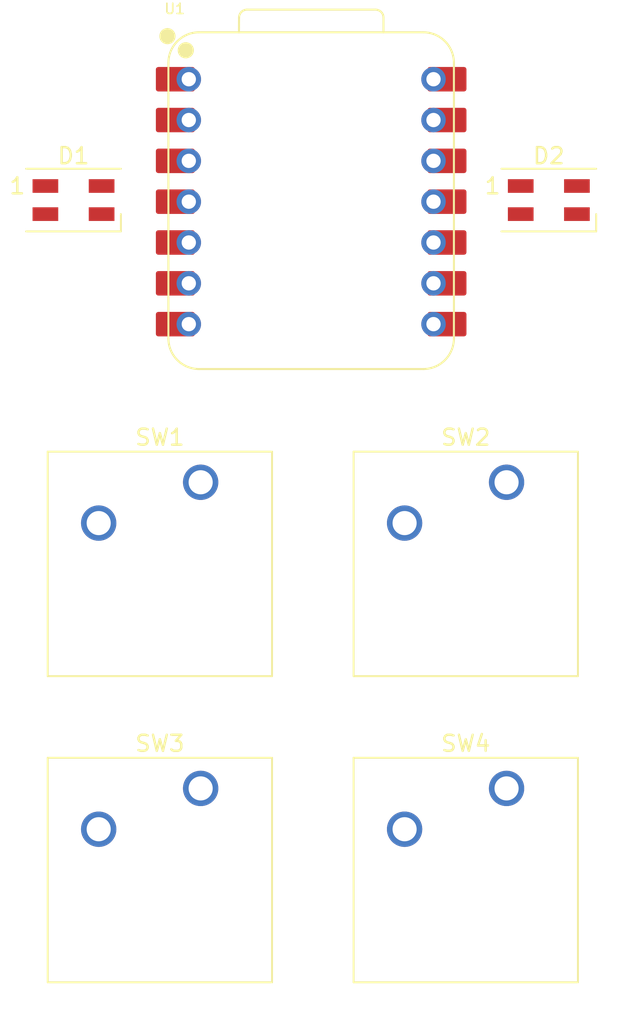
<source format=kicad_pcb>
(kicad_pcb (version 20240108) (generator "pcbnew") (generator_version "8.0")
  (layers (0 "F.Cu" signal) (31 "B.Cu" signal) (34 "B.Paste" user) (35 "F.Paste" user) (36 "B.SilkS" user "B.Silkscreen") (37 "F.SilkS" user "F.Silkscreen") (38 "B.Mask" user) (39 "F.Mask" user) (44 "Edge.Cuts" user))
  (net 0 "")
  (net 1 "Net-(D1-DIN)")
  (net 2 "Net-(D1-DOUT)")
  (net 3 "+5V")
  (net 4 "GND")
  (net 6 "Net-(U1-GPIO1{slash}RX)")
  (net 7 "Net-(U1-GPIO2{slash}SCK)")
  (net 8 "Net-(U1-GPIO4{slash}MISO)")
  (net 9 "Net-(U1-GPIO3{slash}MOSI)")
  (footprint "OPL:XIAO-RP2040-DIP" (layer "F.Cu") (at 182.3 94.3)
    (property "Reference" "U1" (at -8.5 -12 0) (layer "F.SilkS") (effects (font (size 0.635 0.635) (thickness 0.1016))))
    (property "Value" "XIAO-RP2040-DIP")
    (fp_line (start -8.89 8.509) (end -8.89 -8.636) (stroke (width 0.127)) (layer "F.SilkS"))
    (fp_line (start -6.985 10.414) (end 6.985 10.414) (stroke (width 0.127)) (layer "F.SilkS"))
    (fp_line (start -4.495 -10.541) (end -4.491272 -11.451272) (stroke (width 0.127)) (layer "F.SilkS"))
    (fp_line (start -3.991272 -11.951) (end 4.004 -11.951) (stroke (width 0.127)) (layer "F.SilkS"))
    (fp_line (start 4.504 -11.451) (end 4.504 -10.541) (stroke (width 0.127)) (layer "F.SilkS"))
    (fp_line (start 6.985 -10.541) (end -6.985 -10.541) (stroke (width 0.1)) (layer "F.SilkS"))
    (fp_line (start 6.985 -10.541) (end -6.985 -10.541) (stroke (width 0.127)) (layer "F.SilkS"))
    (fp_line (start 8.89 8.509) (end 8.89 -8.636) (stroke (width 0.127)) (layer "F.SilkS"))
    (fp_arc (start -8.89 -8.636) (mid -8.332038 -9.983038) (end -6.985 -10.541) (stroke (width 0.127)) (layer "F.SilkS"))
    (fp_arc (start -6.985 10.414) (mid -8.332038 9.856038) (end -8.89 8.509) (stroke (width 0.127)) (layer "F.SilkS"))
    (fp_arc (start -4.491272 -11.451272) (mid -4.344724 -11.804644) (end -3.991272 -11.951) (stroke (width 0.127)) (layer "F.SilkS"))
    (fp_arc (start 4.004 -11.951) (mid 4.357553 -11.804553) (end 4.504 -11.451) (stroke (width 0.127)) (layer "F.SilkS"))
    (fp_arc (start 6.985 -10.541) (mid 8.332038 -9.983038) (end 8.89 -8.636) (stroke (width 0.127)) (layer "F.SilkS"))
    (fp_arc (start 8.89 8.509) (mid 8.332038 9.856038) (end 6.985 10.414) (stroke (width 0.127)) (layer "F.SilkS"))
    (fp_circle (center -8.95 -10.3) (end -8.95 -10.554) (stroke (width 0.5)) (fill solid) (layer "F.SilkS"))
    (fp_circle (center -7.807 -9.42) (end -7.807 -9.674) (stroke (width 0.5)) (fill solid) (layer "F.SilkS"))
    (pad "1" smd roundrect (at -8.455 -7.62 180) (size 2.432 1.524) (layers "F.Cu" "F.Mask") (roundrect_rratio 0.1))
    (pad "1" thru_hole circle (at -7.62 -7.62 180) (size 1.524 1.524) (drill 0.889) (layers "*.Cu" "*.Mask"))
    (pad "2" smd roundrect (at -8.455 -5.08 180) (size 2.432 1.524) (layers "F.Cu" "F.Mask") (roundrect_rratio 0.1))
    (pad "2" thru_hole circle (at -7.62 -5.08 180) (size 1.524 1.524) (drill 0.889) (layers "*.Cu" "*.Mask"))
    (pad "3" smd roundrect (at -8.455 -2.54 180) (size 2.432 1.524) (layers "F.Cu" "F.Mask") (roundrect_rratio 0.1))
    (pad "3" thru_hole circle (at -7.62 -2.54 180) (size 1.524 1.524) (drill 0.889) (layers "*.Cu" "*.Mask"))
    (pad "4" smd roundrect (at -8.455 0 180) (size 2.432 1.524) (layers "F.Cu" "F.Mask") (roundrect_rratio 0.1))
    (pad "4" thru_hole circle (at -7.62 0 180) (size 1.524 1.524) (drill 0.889) (layers "*.Cu" "*.Mask"))
    (pad "5" smd roundrect (at -8.455 2.54 180) (size 2.432 1.524) (layers "F.Cu" "F.Mask") (roundrect_rratio 0.1) (net 1 "Net-(D1-DIN)"))
    (pad "5" thru_hole circle (at -7.62 2.54 180) (size 1.524 1.524) (drill 0.889) (layers "*.Cu" "*.Mask") (net 1 "Net-(D1-DIN)"))
    (pad "6" smd roundrect (at -8.455 5.08 180) (size 2.432 1.524) (layers "F.Cu" "F.Mask") (roundrect_rratio 0.1))
    (pad "6" thru_hole circle (at -7.62 5.08 180) (size 1.524 1.524) (drill 0.889) (layers "*.Cu" "*.Mask"))
    (pad "7" smd roundrect (at -8.455 7.62 180) (size 2.432 1.524) (layers "F.Cu" "F.Mask") (roundrect_rratio 0.1))
    (pad "7" thru_hole circle (at -7.62 7.62 180) (size 1.524 1.524) (drill 0.889) (layers "*.Cu" "*.Mask"))
    (pad "8" thru_hole circle (at 7.62 7.62) (size 1.524 1.524) (drill 0.889) (layers "*.Cu" "*.Mask") (net 6 "Net-(U1-GPIO1{slash}RX)"))
    (pad "8" smd roundrect (at 8.455 7.62) (size 2.432 1.524) (layers "F.Cu" "F.Mask") (roundrect_rratio 0.1) (net 6 "Net-(U1-GPIO1{slash}RX)"))
    (pad "9" thru_hole circle (at 7.62 5.08) (size 1.524 1.524) (drill 0.889) (layers "*.Cu" "*.Mask") (net 7 "Net-(U1-GPIO2{slash}SCK)"))
    (pad "9" smd roundrect (at 8.455 5.08) (size 2.432 1.524) (layers "F.Cu" "F.Mask") (roundrect_rratio 0.1) (net 7 "Net-(U1-GPIO2{slash}SCK)"))
    (pad "10" thru_hole circle (at 7.62 2.54) (size 1.524 1.524) (drill 0.889) (layers "*.Cu" "*.Mask") (net 8 "Net-(U1-GPIO4{slash}MISO)"))
    (pad "10" smd roundrect (at 8.455 2.54) (size 2.432 1.524) (layers "F.Cu" "F.Mask") (roundrect_rratio 0.1) (net 8 "Net-(U1-GPIO4{slash}MISO)"))
    (pad "11" thru_hole circle (at 7.62 0) (size 1.524 1.524) (drill 0.889) (layers "*.Cu" "*.Mask") (net 9 "Net-(U1-GPIO3{slash}MOSI)"))
    (pad "11" smd roundrect (at 8.455 0) (size 2.432 1.524) (layers "F.Cu" "F.Mask") (roundrect_rratio 0.1) (net 9 "Net-(U1-GPIO3{slash}MOSI)"))
    (pad "12" thru_hole circle (at 7.62 -2.54) (size 1.524 1.524) (drill 0.889) (layers "*.Cu" "*.Mask"))
    (pad "12" smd roundrect (at 8.455 -2.54) (size 2.432 1.524) (layers "F.Cu" "F.Mask") (roundrect_rratio 0.1))
    (pad "13" thru_hole circle (at 7.62 -5.08) (size 1.524 1.524) (drill 0.889) (layers "*.Cu" "*.Mask") (net 4 "GND"))
    (pad "13" smd roundrect (at 8.455 -5.08) (size 2.432 1.524) (layers "F.Cu" "F.Mask") (roundrect_rratio 0.1) (net 4 "GND"))
    (pad "14" thru_hole circle (at 7.62 -7.62) (size 1.524 1.524) (drill 0.889) (layers "*.Cu" "*.Mask") (net 3 "+5V"))
    (pad "14" smd roundrect (at 8.455 -7.62) (size 2.432 1.524) (layers "F.Cu" "F.Mask") (roundrect_rratio 0.1) (net 3 "+5V"))
  )
  (footprint "LED_SMD:LED_SK6812MINI_PLCC4_3.5x3.5mm_P1.75mm" (layer "F.Cu") (at 167.5 94.2)
    (property "Reference" "D1" (at 0 -2.75 0) (layer "F.SilkS"))
    (property "Value" "SK6812MINI")
    (fp_line (start -2.95 -1.95) (end 2.95 -1.95) (stroke (width 0.12)) (layer "F.SilkS"))
    (fp_line (start -2.95 1.95) (end 2.95 1.95) (stroke (width 0.12)) (layer "F.SilkS"))
    (fp_line (start 2.95 1.95) (end 2.95 0.875) (stroke (width 0.12)) (layer "F.SilkS"))
    (fp_text user "1" (at -3.5 -0.875 0) (layer "F.SilkS"))
    (pad "1" smd rect (at -1.75 -0.875) (size 1.6 0.85) (layers "F.Cu" "F.Paste" "F.Mask") (net 2 "Net-(D1-DOUT)"))
    (pad "2" smd rect (at -1.75 0.875) (size 1.6 0.85) (layers "F.Cu" "F.Paste" "F.Mask") (net 4 "GND"))
    (pad "3" smd rect (at 1.75 0.875) (size 1.6 0.85) (layers "F.Cu" "F.Paste" "F.Mask") (net 1 "Net-(D1-DIN)"))
    (pad "4" smd rect (at 1.75 -0.875) (size 1.6 0.85) (layers "F.Cu" "F.Paste" "F.Mask") (net 3 "+5V"))
  )
  (footprint "Button_Switch_Keyboard:SW_Cherry_MX_1.00u_PCB" (layer "F.Cu") (at 194.46875 130.81)
    (property "Reference" "SW4" (at -2.54 -2.794 0) (layer "F.SilkS"))
    (property "Value" "SW_Push")
    (fp_line (start -9.525 -1.905) (end 4.445 -1.905) (stroke (width 0.12)) (layer "F.SilkS"))
    (fp_line (start -9.525 12.065) (end -9.525 -1.905) (stroke (width 0.12)) (layer "F.SilkS"))
    (fp_line (start 4.445 -1.905) (end 4.445 12.065) (stroke (width 0.12)) (layer "F.SilkS"))
    (fp_line (start 4.445 12.065) (end -9.525 12.065) (stroke (width 0.12)) (layer "F.SilkS"))
    (pad "" np_thru_hole circle (at -7.62 5.08) (size 1.7 1.7) (drill 1.7) (layers "*.Cu" "*.Mask"))
    (pad "" np_thru_hole circle (at -2.54 5.08) (size 4 4) (drill 4) (layers "*.Cu" "*.Mask"))
    (pad "" np_thru_hole circle (at 2.54 5.08) (size 1.7 1.7) (drill 1.7) (layers "*.Cu" "*.Mask"))
    (pad "1" thru_hole circle (at 0 0) (size 2.2 2.2) (drill 1.5) (layers "*.Cu" "*.Mask") (net 4 "GND"))
    (pad "2" thru_hole circle (at -6.35 2.54) (size 2.2 2.2) (drill 1.5) (layers "*.Cu" "*.Mask") (net 9 "Net-(U1-GPIO3{slash}MOSI)"))
  )
  (footprint "Button_Switch_Keyboard:SW_Cherry_MX_1.00u_PCB" (layer "F.Cu") (at 175.41875 130.81)
    (property "Reference" "SW3" (at -2.54 -2.794 0) (layer "F.SilkS"))
    (property "Value" "SW_Push")
    (fp_line (start -9.525 -1.905) (end 4.445 -1.905) (stroke (width 0.12)) (layer "F.SilkS"))
    (fp_line (start -9.525 12.065) (end -9.525 -1.905) (stroke (width 0.12)) (layer "F.SilkS"))
    (fp_line (start 4.445 -1.905) (end 4.445 12.065) (stroke (width 0.12)) (layer "F.SilkS"))
    (fp_line (start 4.445 12.065) (end -9.525 12.065) (stroke (width 0.12)) (layer "F.SilkS"))
    (pad "" np_thru_hole circle (at -7.62 5.08) (size 1.7 1.7) (drill 1.7) (layers "*.Cu" "*.Mask"))
    (pad "" np_thru_hole circle (at -2.54 5.08) (size 4 4) (drill 4) (layers "*.Cu" "*.Mask"))
    (pad "" np_thru_hole circle (at 2.54 5.08) (size 1.7 1.7) (drill 1.7) (layers "*.Cu" "*.Mask"))
    (pad "1" thru_hole circle (at 0 0) (size 2.2 2.2) (drill 1.5) (layers "*.Cu" "*.Mask") (net 4 "GND"))
    (pad "2" thru_hole circle (at -6.35 2.54) (size 2.2 2.2) (drill 1.5) (layers "*.Cu" "*.Mask") (net 8 "Net-(U1-GPIO4{slash}MISO)"))
  )
  (footprint "Button_Switch_Keyboard:SW_Cherry_MX_1.00u_PCB" (layer "F.Cu") (at 194.46875 111.76)
    (property "Reference" "SW2" (at -2.54 -2.794 0) (layer "F.SilkS"))
    (property "Value" "SW_Push")
    (fp_line (start -9.525 -1.905) (end 4.445 -1.905) (stroke (width 0.12)) (layer "F.SilkS"))
    (fp_line (start -9.525 12.065) (end -9.525 -1.905) (stroke (width 0.12)) (layer "F.SilkS"))
    (fp_line (start 4.445 -1.905) (end 4.445 12.065) (stroke (width 0.12)) (layer "F.SilkS"))
    (fp_line (start 4.445 12.065) (end -9.525 12.065) (stroke (width 0.12)) (layer "F.SilkS"))
    (pad "" np_thru_hole circle (at -7.62 5.08) (size 1.7 1.7) (drill 1.7) (layers "*.Cu" "*.Mask"))
    (pad "" np_thru_hole circle (at -2.54 5.08) (size 4 4) (drill 4) (layers "*.Cu" "*.Mask"))
    (pad "" np_thru_hole circle (at 2.54 5.08) (size 1.7 1.7) (drill 1.7) (layers "*.Cu" "*.Mask"))
    (pad "1" thru_hole circle (at 0 0) (size 2.2 2.2) (drill 1.5) (layers "*.Cu" "*.Mask") (net 4 "GND"))
    (pad "2" thru_hole circle (at -6.35 2.54) (size 2.2 2.2) (drill 1.5) (layers "*.Cu" "*.Mask") (net 7 "Net-(U1-GPIO2{slash}SCK)"))
  )
  (footprint "Button_Switch_Keyboard:SW_Cherry_MX_1.00u_PCB" (layer "F.Cu") (at 175.41875 111.76)
    (property "Reference" "SW1" (at -2.54 -2.794 0) (layer "F.SilkS"))
    (property "Value" "SW_Push")
    (fp_line (start -9.525 -1.905) (end 4.445 -1.905) (stroke (width 0.12)) (layer "F.SilkS"))
    (fp_line (start -9.525 12.065) (end -9.525 -1.905) (stroke (width 0.12)) (layer "F.SilkS"))
    (fp_line (start 4.445 -1.905) (end 4.445 12.065) (stroke (width 0.12)) (layer "F.SilkS"))
    (fp_line (start 4.445 12.065) (end -9.525 12.065) (stroke (width 0.12)) (layer "F.SilkS"))
    (pad "" np_thru_hole circle (at -7.62 5.08) (size 1.7 1.7) (drill 1.7) (layers "*.Cu" "*.Mask"))
    (pad "" np_thru_hole circle (at -2.54 5.08) (size 4 4) (drill 4) (layers "*.Cu" "*.Mask"))
    (pad "" np_thru_hole circle (at 2.54 5.08) (size 1.7 1.7) (drill 1.7) (layers "*.Cu" "*.Mask"))
    (pad "1" thru_hole circle (at 0 0) (size 2.2 2.2) (drill 1.5) (layers "*.Cu" "*.Mask") (net 4 "GND"))
    (pad "2" thru_hole circle (at -6.35 2.54) (size 2.2 2.2) (drill 1.5) (layers "*.Cu" "*.Mask") (net 6 "Net-(U1-GPIO1{slash}RX)"))
  )
  (footprint "LED_SMD:LED_SK6812MINI_PLCC4_3.5x3.5mm_P1.75mm" (layer "F.Cu") (at 197.1 94.2)
    (property "Reference" "D2" (at 0 -2.75 0) (layer "F.SilkS"))
    (property "Value" "SK6812MINI")
    (fp_line (start -2.95 -1.95) (end 2.95 -1.95) (stroke (width 0.12)) (layer "F.SilkS"))
    (fp_line (start -2.95 1.95) (end 2.95 1.95) (stroke (width 0.12)) (layer "F.SilkS"))
    (fp_line (start 2.95 1.95) (end 2.95 0.875) (stroke (width 0.12)) (layer "F.SilkS"))
    (fp_text user "1" (at -3.5 -0.875 0) (layer "F.SilkS"))
    (pad "1" smd rect (at -1.75 -0.875) (size 1.6 0.85) (layers "F.Cu" "F.Paste" "F.Mask"))
    (pad "2" smd rect (at -1.75 0.875) (size 1.6 0.85) (layers "F.Cu" "F.Paste" "F.Mask") (net 4 "GND"))
    (pad "3" smd rect (at 1.75 0.875) (size 1.6 0.85) (layers "F.Cu" "F.Paste" "F.Mask") (net 2 "Net-(D1-DOUT)"))
    (pad "4" smd rect (at 1.75 -0.875) (size 1.6 0.85) (layers "F.Cu" "F.Paste" "F.Mask") (net 3 "+5V"))
  )
)
</source>
